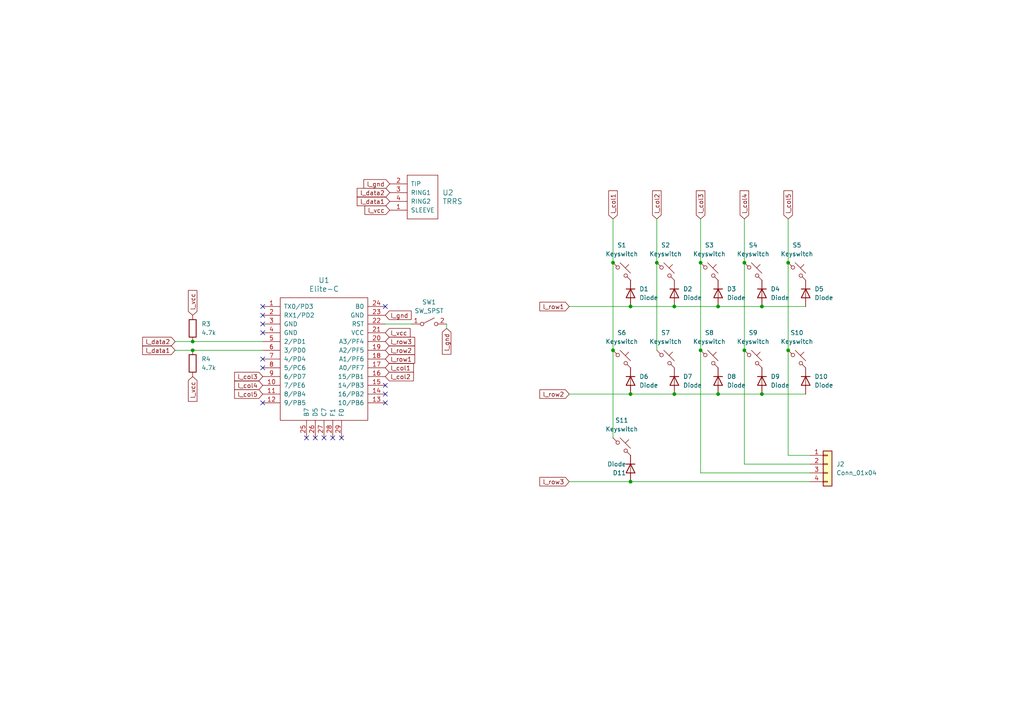
<source format=kicad_sch>
(kicad_sch (version 20230121) (generator eeschema)

  (uuid 19a8e5fe-8965-40b3-afd3-c826e716a7a8)

  (paper "A4")

  (lib_symbols
    (symbol "Connector_Generic:Conn_01x04" (pin_names (offset 1.016) hide) (in_bom yes) (on_board yes)
      (property "Reference" "J" (at 0 5.08 0)
        (effects (font (size 1.27 1.27)))
      )
      (property "Value" "Conn_01x04" (at 0 -7.62 0)
        (effects (font (size 1.27 1.27)))
      )
      (property "Footprint" "" (at 0 0 0)
        (effects (font (size 1.27 1.27)) hide)
      )
      (property "Datasheet" "~" (at 0 0 0)
        (effects (font (size 1.27 1.27)) hide)
      )
      (property "ki_keywords" "connector" (at 0 0 0)
        (effects (font (size 1.27 1.27)) hide)
      )
      (property "ki_description" "Generic connector, single row, 01x04, script generated (kicad-library-utils/schlib/autogen/connector/)" (at 0 0 0)
        (effects (font (size 1.27 1.27)) hide)
      )
      (property "ki_fp_filters" "Connector*:*_1x??_*" (at 0 0 0)
        (effects (font (size 1.27 1.27)) hide)
      )
      (symbol "Conn_01x04_1_1"
        (rectangle (start -1.27 -4.953) (end 0 -5.207)
          (stroke (width 0.1524) (type default))
          (fill (type none))
        )
        (rectangle (start -1.27 -2.413) (end 0 -2.667)
          (stroke (width 0.1524) (type default))
          (fill (type none))
        )
        (rectangle (start -1.27 0.127) (end 0 -0.127)
          (stroke (width 0.1524) (type default))
          (fill (type none))
        )
        (rectangle (start -1.27 2.667) (end 0 2.413)
          (stroke (width 0.1524) (type default))
          (fill (type none))
        )
        (rectangle (start -1.27 3.81) (end 1.27 -6.35)
          (stroke (width 0.254) (type default))
          (fill (type background))
        )
        (pin passive line (at -5.08 2.54 0) (length 3.81)
          (name "Pin_1" (effects (font (size 1.27 1.27))))
          (number "1" (effects (font (size 1.27 1.27))))
        )
        (pin passive line (at -5.08 0 0) (length 3.81)
          (name "Pin_2" (effects (font (size 1.27 1.27))))
          (number "2" (effects (font (size 1.27 1.27))))
        )
        (pin passive line (at -5.08 -2.54 0) (length 3.81)
          (name "Pin_3" (effects (font (size 1.27 1.27))))
          (number "3" (effects (font (size 1.27 1.27))))
        )
        (pin passive line (at -5.08 -5.08 0) (length 3.81)
          (name "Pin_4" (effects (font (size 1.27 1.27))))
          (number "4" (effects (font (size 1.27 1.27))))
        )
      )
    )
    (symbol "ScottoKeebs:Placeholder_Diode" (pin_numbers hide) (pin_names hide) (in_bom yes) (on_board yes)
      (property "Reference" "D" (at 0 2.54 0)
        (effects (font (size 1.27 1.27)))
      )
      (property "Value" "Diode" (at 0 -2.54 0)
        (effects (font (size 1.27 1.27)))
      )
      (property "Footprint" "" (at 0 0 0)
        (effects (font (size 1.27 1.27)) hide)
      )
      (property "Datasheet" "" (at 0 0 0)
        (effects (font (size 1.27 1.27)) hide)
      )
      (property "Sim.Device" "D" (at 0 0 0)
        (effects (font (size 1.27 1.27)) hide)
      )
      (property "Sim.Pins" "1=K 2=A" (at 0 0 0)
        (effects (font (size 1.27 1.27)) hide)
      )
      (property "ki_keywords" "diode" (at 0 0 0)
        (effects (font (size 1.27 1.27)) hide)
      )
      (property "ki_description" "1N4148 (DO-35) or 1N4148W (SOD-123)" (at 0 0 0)
        (effects (font (size 1.27 1.27)) hide)
      )
      (property "ki_fp_filters" "D*DO?35*" (at 0 0 0)
        (effects (font (size 1.27 1.27)) hide)
      )
      (symbol "Placeholder_Diode_0_1"
        (polyline
          (pts
            (xy -1.27 1.27)
            (xy -1.27 -1.27)
          )
          (stroke (width 0.254) (type default))
          (fill (type none))
        )
        (polyline
          (pts
            (xy 1.27 0)
            (xy -1.27 0)
          )
          (stroke (width 0) (type default))
          (fill (type none))
        )
        (polyline
          (pts
            (xy 1.27 1.27)
            (xy 1.27 -1.27)
            (xy -1.27 0)
            (xy 1.27 1.27)
          )
          (stroke (width 0.254) (type default))
          (fill (type none))
        )
      )
      (symbol "Placeholder_Diode_1_1"
        (pin passive line (at -3.81 0 0) (length 2.54)
          (name "K" (effects (font (size 1.27 1.27))))
          (number "1" (effects (font (size 1.27 1.27))))
        )
        (pin passive line (at 3.81 0 180) (length 2.54)
          (name "A" (effects (font (size 1.27 1.27))))
          (number "2" (effects (font (size 1.27 1.27))))
        )
      )
    )
    (symbol "ScottoKeebs:Placeholder_Keyswitch" (pin_numbers hide) (pin_names (offset 1.016) hide) (in_bom yes) (on_board yes)
      (property "Reference" "S" (at 3.048 1.016 0)
        (effects (font (size 1.27 1.27)) (justify left))
      )
      (property "Value" "Keyswitch" (at 0 -3.81 0)
        (effects (font (size 1.27 1.27)))
      )
      (property "Footprint" "" (at 0 0 0)
        (effects (font (size 1.27 1.27)) hide)
      )
      (property "Datasheet" "~" (at 0 0 0)
        (effects (font (size 1.27 1.27)) hide)
      )
      (property "ki_keywords" "switch normally-open pushbutton push-button" (at 0 0 0)
        (effects (font (size 1.27 1.27)) hide)
      )
      (property "ki_description" "Push button switch, normally open, two pins, 45° tilted" (at 0 0 0)
        (effects (font (size 1.27 1.27)) hide)
      )
      (symbol "Placeholder_Keyswitch_0_1"
        (circle (center -1.1684 1.1684) (radius 0.508)
          (stroke (width 0) (type default))
          (fill (type none))
        )
        (polyline
          (pts
            (xy -0.508 2.54)
            (xy 2.54 -0.508)
          )
          (stroke (width 0) (type default))
          (fill (type none))
        )
        (polyline
          (pts
            (xy 1.016 1.016)
            (xy 2.032 2.032)
          )
          (stroke (width 0) (type default))
          (fill (type none))
        )
        (polyline
          (pts
            (xy -2.54 2.54)
            (xy -1.524 1.524)
            (xy -1.524 1.524)
          )
          (stroke (width 0) (type default))
          (fill (type none))
        )
        (polyline
          (pts
            (xy 1.524 -1.524)
            (xy 2.54 -2.54)
            (xy 2.54 -2.54)
            (xy 2.54 -2.54)
          )
          (stroke (width 0) (type default))
          (fill (type none))
        )
        (circle (center 1.143 -1.1938) (radius 0.508)
          (stroke (width 0) (type default))
          (fill (type none))
        )
        (pin passive line (at -2.54 2.54 0) (length 0)
          (name "1" (effects (font (size 1.27 1.27))))
          (number "1" (effects (font (size 1.27 1.27))))
        )
        (pin passive line (at 2.54 -2.54 180) (length 0)
          (name "2" (effects (font (size 1.27 1.27))))
          (number "2" (effects (font (size 1.27 1.27))))
        )
      )
    )
    (symbol "ScottoKeebs:Placeholder_Resistor" (pin_numbers hide) (pin_names (offset 0)) (in_bom yes) (on_board yes)
      (property "Reference" "R" (at 0 2.032 0)
        (effects (font (size 1.27 1.27)))
      )
      (property "Value" "Resistor" (at 0 -2.54 0)
        (effects (font (size 1.27 1.27)))
      )
      (property "Footprint" "" (at 0 -1.778 0)
        (effects (font (size 1.27 1.27)) hide)
      )
      (property "Datasheet" "~" (at 0 0 90)
        (effects (font (size 1.27 1.27)) hide)
      )
      (property "ki_keywords" "R res resistor" (at 0 0 0)
        (effects (font (size 1.27 1.27)) hide)
      )
      (property "ki_description" "Resistor" (at 0 0 0)
        (effects (font (size 1.27 1.27)) hide)
      )
      (property "ki_fp_filters" "R_*" (at 0 0 0)
        (effects (font (size 1.27 1.27)) hide)
      )
      (symbol "Placeholder_Resistor_0_1"
        (rectangle (start 2.54 -1.016) (end -2.54 1.016)
          (stroke (width 0.254) (type default))
          (fill (type none))
        )
      )
      (symbol "Placeholder_Resistor_1_1"
        (pin passive line (at -3.81 0 0) (length 1.27)
          (name "~" (effects (font (size 1.27 1.27))))
          (number "1" (effects (font (size 1.27 1.27))))
        )
        (pin passive line (at 3.81 0 180) (length 1.27)
          (name "~" (effects (font (size 1.27 1.27))))
          (number "2" (effects (font (size 1.27 1.27))))
        )
      )
    )
    (symbol "ScottoKeebs:Placeholder_TRRS" (pin_names (offset 1.016)) (in_bom yes) (on_board yes)
      (property "Reference" "U" (at 0 15.24 0)
        (effects (font (size 1.524 1.524)))
      )
      (property "Value" "TRRS" (at 0 -2.54 0)
        (effects (font (size 1.524 1.524)))
      )
      (property "Footprint" "ScottoKeebs_Components:TRRS_PJ-320A" (at 3.81 0 0)
        (effects (font (size 1.524 1.524)) hide)
      )
      (property "Datasheet" "" (at 3.81 0 0)
        (effects (font (size 1.524 1.524)) hide)
      )
      (symbol "Placeholder_TRRS_0_1"
        (rectangle (start -3.81 0) (end -3.81 12.7)
          (stroke (width 0) (type solid))
          (fill (type none))
        )
        (rectangle (start -3.81 0) (end 5.08 0)
          (stroke (width 0) (type solid))
          (fill (type none))
        )
        (rectangle (start -3.81 12.7) (end 5.08 12.7)
          (stroke (width 0) (type solid))
          (fill (type none))
        )
        (rectangle (start 5.08 12.7) (end 5.08 0)
          (stroke (width 0) (type solid))
          (fill (type none))
        )
      )
      (symbol "Placeholder_TRRS_1_1"
        (pin input line (at -8.89 2.54 0) (length 5.08)
          (name "SLEEVE" (effects (font (size 1.27 1.27))))
          (number "1" (effects (font (size 1.27 1.27))))
        )
        (pin input line (at -8.89 10.16 0) (length 5.08)
          (name "TIP" (effects (font (size 1.27 1.27))))
          (number "2" (effects (font (size 1.27 1.27))))
        )
        (pin input line (at -8.89 7.62 0) (length 5.08)
          (name "RING1" (effects (font (size 1.27 1.27))))
          (number "3" (effects (font (size 1.27 1.27))))
        )
        (pin input line (at -8.89 5.08 0) (length 5.08)
          (name "RING2" (effects (font (size 1.27 1.27))))
          (number "4" (effects (font (size 1.27 1.27))))
        )
      )
    )
    (symbol "Switch:SW_SPST" (pin_names (offset 0) hide) (in_bom yes) (on_board yes)
      (property "Reference" "SW" (at 0 3.175 0)
        (effects (font (size 1.27 1.27)))
      )
      (property "Value" "SW_SPST" (at 0 -2.54 0)
        (effects (font (size 1.27 1.27)))
      )
      (property "Footprint" "" (at 0 0 0)
        (effects (font (size 1.27 1.27)) hide)
      )
      (property "Datasheet" "~" (at 0 0 0)
        (effects (font (size 1.27 1.27)) hide)
      )
      (property "ki_keywords" "switch lever" (at 0 0 0)
        (effects (font (size 1.27 1.27)) hide)
      )
      (property "ki_description" "Single Pole Single Throw (SPST) switch" (at 0 0 0)
        (effects (font (size 1.27 1.27)) hide)
      )
      (symbol "SW_SPST_0_0"
        (circle (center -2.032 0) (radius 0.508)
          (stroke (width 0) (type default))
          (fill (type none))
        )
        (polyline
          (pts
            (xy -1.524 0.254)
            (xy 1.524 1.778)
          )
          (stroke (width 0) (type default))
          (fill (type none))
        )
        (circle (center 2.032 0) (radius 0.508)
          (stroke (width 0) (type default))
          (fill (type none))
        )
      )
      (symbol "SW_SPST_1_1"
        (pin passive line (at -5.08 0 0) (length 2.54)
          (name "A" (effects (font (size 1.27 1.27))))
          (number "1" (effects (font (size 1.27 1.27))))
        )
        (pin passive line (at 5.08 0 180) (length 2.54)
          (name "B" (effects (font (size 1.27 1.27))))
          (number "2" (effects (font (size 1.27 1.27))))
        )
      )
    )
    (symbol "keebio:Elite-C" (pin_names (offset 1.016)) (in_bom yes) (on_board yes)
      (property "Reference" "U" (at 0 0 0)
        (effects (font (size 1.524 1.524)))
      )
      (property "Value" "Elite-C" (at 0 2.54 0)
        (effects (font (size 1.524 1.524)))
      )
      (property "Footprint" "" (at 26.67 -63.5 90)
        (effects (font (size 1.524 1.524)) hide)
      )
      (property "Datasheet" "" (at 26.67 -63.5 90)
        (effects (font (size 1.524 1.524)) hide)
      )
      (symbol "Elite-C_0_1"
        (rectangle (start 12.7 -19.05) (end -12.7 16.51)
          (stroke (width 0) (type solid))
          (fill (type none))
        )
      )
      (symbol "Elite-C_1_1"
        (pin input line (at -17.78 13.97 0) (length 5.08)
          (name "TX0/PD3" (effects (font (size 1.27 1.27))))
          (number "1" (effects (font (size 1.27 1.27))))
        )
        (pin input line (at -17.78 -8.89 0) (length 5.08)
          (name "7/PE6" (effects (font (size 1.27 1.27))))
          (number "10" (effects (font (size 1.27 1.27))))
        )
        (pin input line (at -17.78 -11.43 0) (length 5.08)
          (name "8/PB4" (effects (font (size 1.27 1.27))))
          (number "11" (effects (font (size 1.27 1.27))))
        )
        (pin input line (at -17.78 -13.97 0) (length 5.08)
          (name "9/PB5" (effects (font (size 1.27 1.27))))
          (number "12" (effects (font (size 1.27 1.27))))
        )
        (pin input line (at 17.78 -13.97 180) (length 5.08)
          (name "10/PB6" (effects (font (size 1.27 1.27))))
          (number "13" (effects (font (size 1.27 1.27))))
        )
        (pin input line (at 17.78 -11.43 180) (length 5.08)
          (name "16/PB2" (effects (font (size 1.27 1.27))))
          (number "14" (effects (font (size 1.27 1.27))))
        )
        (pin input line (at 17.78 -8.89 180) (length 5.08)
          (name "14/PB3" (effects (font (size 1.27 1.27))))
          (number "15" (effects (font (size 1.27 1.27))))
        )
        (pin input line (at 17.78 -6.35 180) (length 5.08)
          (name "15/PB1" (effects (font (size 1.27 1.27))))
          (number "16" (effects (font (size 1.27 1.27))))
        )
        (pin input line (at 17.78 -3.81 180) (length 5.08)
          (name "A0/PF7" (effects (font (size 1.27 1.27))))
          (number "17" (effects (font (size 1.27 1.27))))
        )
        (pin input line (at 17.78 -1.27 180) (length 5.08)
          (name "A1/PF6" (effects (font (size 1.27 1.27))))
          (number "18" (effects (font (size 1.27 1.27))))
        )
        (pin input line (at 17.78 1.27 180) (length 5.08)
          (name "A2/PF5" (effects (font (size 1.27 1.27))))
          (number "19" (effects (font (size 1.27 1.27))))
        )
        (pin input line (at -17.78 11.43 0) (length 5.08)
          (name "RX1/PD2" (effects (font (size 1.27 1.27))))
          (number "2" (effects (font (size 1.27 1.27))))
        )
        (pin input line (at 17.78 3.81 180) (length 5.08)
          (name "A3/PF4" (effects (font (size 1.27 1.27))))
          (number "20" (effects (font (size 1.27 1.27))))
        )
        (pin input line (at 17.78 6.35 180) (length 5.08)
          (name "VCC" (effects (font (size 1.27 1.27))))
          (number "21" (effects (font (size 1.27 1.27))))
        )
        (pin input line (at 17.78 8.89 180) (length 5.08)
          (name "RST" (effects (font (size 1.27 1.27))))
          (number "22" (effects (font (size 1.27 1.27))))
        )
        (pin input line (at 17.78 11.43 180) (length 5.08)
          (name "GND" (effects (font (size 1.27 1.27))))
          (number "23" (effects (font (size 1.27 1.27))))
        )
        (pin input line (at 17.78 13.97 180) (length 5.08)
          (name "B0" (effects (font (size 1.27 1.27))))
          (number "24" (effects (font (size 1.27 1.27))))
        )
        (pin input line (at -5.08 -24.13 90) (length 5.08)
          (name "B7" (effects (font (size 1.27 1.27))))
          (number "25" (effects (font (size 1.27 1.27))))
        )
        (pin input line (at -2.54 -24.13 90) (length 5.08)
          (name "D5" (effects (font (size 1.27 1.27))))
          (number "26" (effects (font (size 1.27 1.27))))
        )
        (pin input line (at 0 -24.13 90) (length 5.08)
          (name "C7" (effects (font (size 1.27 1.27))))
          (number "27" (effects (font (size 1.27 1.27))))
        )
        (pin input line (at 2.54 -24.13 90) (length 5.08)
          (name "F1" (effects (font (size 1.27 1.27))))
          (number "28" (effects (font (size 1.27 1.27))))
        )
        (pin input line (at 5.08 -24.13 90) (length 5.08)
          (name "F0" (effects (font (size 1.27 1.27))))
          (number "29" (effects (font (size 1.27 1.27))))
        )
        (pin input line (at -17.78 8.89 0) (length 5.08)
          (name "GND" (effects (font (size 1.27 1.27))))
          (number "3" (effects (font (size 1.27 1.27))))
        )
        (pin input line (at -17.78 6.35 0) (length 5.08)
          (name "GND" (effects (font (size 1.27 1.27))))
          (number "4" (effects (font (size 1.27 1.27))))
        )
        (pin input line (at -17.78 3.81 0) (length 5.08)
          (name "2/PD1" (effects (font (size 1.27 1.27))))
          (number "5" (effects (font (size 1.27 1.27))))
        )
        (pin input line (at -17.78 1.27 0) (length 5.08)
          (name "3/PD0" (effects (font (size 1.27 1.27))))
          (number "6" (effects (font (size 1.27 1.27))))
        )
        (pin input line (at -17.78 -1.27 0) (length 5.08)
          (name "4/PD4" (effects (font (size 1.27 1.27))))
          (number "7" (effects (font (size 1.27 1.27))))
        )
        (pin input line (at -17.78 -3.81 0) (length 5.08)
          (name "5/PC6" (effects (font (size 1.27 1.27))))
          (number "8" (effects (font (size 1.27 1.27))))
        )
        (pin input line (at -17.78 -6.35 0) (length 5.08)
          (name "6/PD7" (effects (font (size 1.27 1.27))))
          (number "9" (effects (font (size 1.27 1.27))))
        )
      )
    )
  )

  (junction (at 220.98 114.3) (diameter 0) (color 0 0 0 0)
    (uuid 02f706c1-e690-4bc7-85de-ff011090864f)
  )
  (junction (at 203.2 101.6) (diameter 0) (color 0 0 0 0)
    (uuid 12b0ac7b-2424-457f-a751-41ad3b325e04)
  )
  (junction (at 190.5 76.2) (diameter 0) (color 0 0 0 0)
    (uuid 151715fb-758e-4317-84b4-4e8c93e3e1dd)
  )
  (junction (at 182.88 88.9) (diameter 0) (color 0 0 0 0)
    (uuid 173b35f8-90a4-4b10-9e5f-82ba7d528a9a)
  )
  (junction (at 182.88 114.3) (diameter 0) (color 0 0 0 0)
    (uuid 39d785eb-c3b0-4445-a7cc-cc71e899b46a)
  )
  (junction (at 195.58 114.3) (diameter 0) (color 0 0 0 0)
    (uuid 443db5c7-e363-4d60-9f82-9af6158f581f)
  )
  (junction (at 195.58 88.9) (diameter 0) (color 0 0 0 0)
    (uuid 5ab7bae3-63ee-40d8-8fa4-aaeca4718173)
  )
  (junction (at 177.8 76.2) (diameter 0) (color 0 0 0 0)
    (uuid 5f051326-a260-41b7-98f1-a8a18dd0cffd)
  )
  (junction (at 182.88 139.7) (diameter 0) (color 0 0 0 0)
    (uuid 603d2c32-e860-43b5-a00d-4ad5630ceddf)
  )
  (junction (at 208.28 88.9) (diameter 0) (color 0 0 0 0)
    (uuid 67919b56-4e74-49a1-94e3-9078ec20ba45)
  )
  (junction (at 228.6 76.2) (diameter 0) (color 0 0 0 0)
    (uuid 7bf228b5-b4ce-4008-af8a-8a148e39467b)
  )
  (junction (at 228.6 101.6) (diameter 0) (color 0 0 0 0)
    (uuid 92e42096-583d-4912-b8fd-cf52fbb487b1)
  )
  (junction (at 177.8 101.6) (diameter 0) (color 0 0 0 0)
    (uuid 937f9914-6adc-44e8-881a-41ca84fbf62d)
  )
  (junction (at 215.9 76.2) (diameter 0) (color 0 0 0 0)
    (uuid ab391d23-fdff-4143-8939-91ca66373879)
  )
  (junction (at 208.28 114.3) (diameter 0) (color 0 0 0 0)
    (uuid b9e09819-e38e-47df-beaa-22a8a20734e6)
  )
  (junction (at 215.9 101.6) (diameter 0) (color 0 0 0 0)
    (uuid ccdd168c-dd44-4498-994f-4e6cf02d940f)
  )
  (junction (at 220.98 88.9) (diameter 0) (color 0 0 0 0)
    (uuid d1bffc7f-855c-4a5e-8cc8-de7df62767b3)
  )
  (junction (at 55.88 101.6) (diameter 0) (color 0 0 0 0)
    (uuid d858130b-ef08-4cae-a885-6d2fc27c8bec)
  )
  (junction (at 55.88 99.06) (diameter 0) (color 0 0 0 0)
    (uuid e7be9628-162a-4125-bfe8-1dc5abaf47b8)
  )
  (junction (at 203.2 76.2) (diameter 0) (color 0 0 0 0)
    (uuid e9166dc8-5d60-4c62-ac2a-470c2ab06096)
  )

  (no_connect (at 88.9 127) (uuid 0ee2701e-e9fb-492e-a9c4-d5eeb3a9baf8))
  (no_connect (at 111.76 88.9) (uuid 1aa036b7-4576-4c69-81b6-3b4bc589f68a))
  (no_connect (at 76.2 106.68) (uuid 1db29270-cd89-4f69-b49b-dae912dc00f9))
  (no_connect (at 76.2 116.84) (uuid 2c740c76-3894-4afe-bf6a-780f87dc8989))
  (no_connect (at 111.76 114.3) (uuid 32dc0d22-9ba4-488a-864f-aca1a05bef25))
  (no_connect (at 76.2 88.9) (uuid 388d2d06-0192-4c72-ad99-0eebdddd9de9))
  (no_connect (at 96.52 127) (uuid 4028dc61-800c-4ede-8aff-fde62ccacc66))
  (no_connect (at 111.76 111.76) (uuid 532a80bd-2c51-4752-b970-f4fecc295967))
  (no_connect (at 93.98 127) (uuid 7ccb9846-5c8a-4d1b-b70b-2a7c76466b24))
  (no_connect (at 76.2 96.52) (uuid 7fe63683-8ff3-400c-bae8-b402a4aba6ba))
  (no_connect (at 76.2 104.14) (uuid bae483df-18a4-40ff-9001-cce8334c5926))
  (no_connect (at 76.2 93.98) (uuid cdc30bb5-b4fe-4b81-9d95-49c56ef27c07))
  (no_connect (at 99.06 127) (uuid d0959021-e4f6-4d57-906a-c9bcffdf6549))
  (no_connect (at 111.76 116.84) (uuid e89ee39f-6193-4912-978c-4234e0d18e30))
  (no_connect (at 76.2 91.44) (uuid ebed3e61-f815-4369-93c5-410dcf30bbe6))
  (no_connect (at 91.44 127) (uuid f6a2b78a-16ca-4f2d-82d5-8bd2b050b4d4))

  (wire (pts (xy 50.8 99.06) (xy 55.88 99.06))
    (stroke (width 0) (type default))
    (uuid 05286051-2dce-4b80-919c-8c617273b3c1)
  )
  (wire (pts (xy 195.58 88.9) (xy 208.28 88.9))
    (stroke (width 0) (type default))
    (uuid 05947b7e-ab3c-4354-a215-ee754f6e5998)
  )
  (wire (pts (xy 177.8 101.6) (xy 177.8 127))
    (stroke (width 0) (type default))
    (uuid 07c1a4de-1b16-4e55-9452-cea1a6f3b196)
  )
  (wire (pts (xy 165.1 114.3) (xy 182.88 114.3))
    (stroke (width 0) (type default))
    (uuid 0e0a37b6-ded5-4963-ac38-e93a6b00d549)
  )
  (wire (pts (xy 55.88 99.06) (xy 76.2 99.06))
    (stroke (width 0) (type default))
    (uuid 10ebf285-7c6e-4f42-877a-db281de032ee)
  )
  (wire (pts (xy 55.88 101.6) (xy 76.2 101.6))
    (stroke (width 0) (type default))
    (uuid 1227846d-f6a9-4a9b-ae1b-2738d8240e52)
  )
  (wire (pts (xy 208.28 114.3) (xy 220.98 114.3))
    (stroke (width 0) (type default))
    (uuid 1739a499-92d1-4ed7-b398-5b0652125261)
  )
  (wire (pts (xy 165.1 88.9) (xy 182.88 88.9))
    (stroke (width 0) (type default))
    (uuid 2ec1398b-d15e-41c8-a4b0-aad376e9c913)
  )
  (wire (pts (xy 208.28 88.9) (xy 220.98 88.9))
    (stroke (width 0) (type default))
    (uuid 33ff95e8-7e83-4878-bf24-a01cbc9f3ab7)
  )
  (wire (pts (xy 50.8 101.6) (xy 55.88 101.6))
    (stroke (width 0) (type default))
    (uuid 373eff50-fd3c-4c99-83c0-62733d582d99)
  )
  (wire (pts (xy 215.9 76.2) (xy 215.9 101.6))
    (stroke (width 0) (type default))
    (uuid 3a862144-462e-4983-ba3c-c61aae7fd0fd)
  )
  (wire (pts (xy 228.6 76.2) (xy 228.6 101.6))
    (stroke (width 0) (type default))
    (uuid 4524121c-ec9a-418a-8dd2-777e475f385c)
  )
  (wire (pts (xy 195.58 114.3) (xy 208.28 114.3))
    (stroke (width 0) (type default))
    (uuid 553d83c4-4e7c-4620-8656-b870825a7e2f)
  )
  (wire (pts (xy 228.6 132.08) (xy 234.95 132.08))
    (stroke (width 0) (type default))
    (uuid 661bd965-a9d8-40d7-837b-4f74ede06657)
  )
  (wire (pts (xy 220.98 114.3) (xy 233.68 114.3))
    (stroke (width 0) (type default))
    (uuid 6dc01d3d-5b9a-47eb-90a3-26f524e6bbd7)
  )
  (wire (pts (xy 182.88 139.7) (xy 234.95 139.7))
    (stroke (width 0) (type default))
    (uuid 7d3c43be-d609-43d0-a23e-7f0b731fe509)
  )
  (wire (pts (xy 234.95 137.16) (xy 203.2 137.16))
    (stroke (width 0) (type default))
    (uuid a166dec2-4386-41e1-b559-7bbb0597ad3d)
  )
  (wire (pts (xy 215.9 134.62) (xy 234.95 134.62))
    (stroke (width 0) (type default))
    (uuid a2045253-c5d8-4d0b-a2d3-84b0326efbbc)
  )
  (wire (pts (xy 228.6 101.6) (xy 228.6 132.08))
    (stroke (width 0) (type default))
    (uuid a75223db-8622-4867-a476-7e8cdb8fcf0b)
  )
  (wire (pts (xy 182.88 88.9) (xy 195.58 88.9))
    (stroke (width 0) (type default))
    (uuid ab16d5c9-39bf-4f2d-b123-6eb3b1b88b2d)
  )
  (wire (pts (xy 228.6 63.5) (xy 228.6 76.2))
    (stroke (width 0) (type default))
    (uuid ac3c1a50-5219-4eb6-89d5-dabe99791fdc)
  )
  (wire (pts (xy 190.5 63.5) (xy 190.5 76.2))
    (stroke (width 0) (type default))
    (uuid afdca3bb-d175-41ff-909e-1ae77016ea83)
  )
  (wire (pts (xy 177.8 63.5) (xy 177.8 76.2))
    (stroke (width 0) (type default))
    (uuid b1801e36-2f4a-4eb4-88db-aa20dd96c0de)
  )
  (wire (pts (xy 203.2 63.5) (xy 203.2 76.2))
    (stroke (width 0) (type default))
    (uuid b27800f0-f4a3-461e-8c91-0b0c9d012136)
  )
  (wire (pts (xy 203.2 137.16) (xy 203.2 101.6))
    (stroke (width 0) (type default))
    (uuid ba544a67-1447-4399-a086-395b0dc17978)
  )
  (wire (pts (xy 177.8 76.2) (xy 177.8 101.6))
    (stroke (width 0) (type default))
    (uuid bc96f600-0816-4142-8a04-0b4cfc000221)
  )
  (wire (pts (xy 119.38 93.98) (xy 111.76 93.98))
    (stroke (width 0) (type default))
    (uuid bed987fe-1bed-43fd-a25a-187b04570747)
  )
  (wire (pts (xy 203.2 76.2) (xy 203.2 101.6))
    (stroke (width 0) (type default))
    (uuid c0f60470-f360-4ecf-8191-2ff06cbf4dfd)
  )
  (wire (pts (xy 215.9 63.5) (xy 215.9 76.2))
    (stroke (width 0) (type default))
    (uuid c71dcc10-d62f-4f2f-b263-ab1c895b0415)
  )
  (wire (pts (xy 129.54 93.98) (xy 129.54 95.25))
    (stroke (width 0) (type default))
    (uuid c9fbe1f9-49d5-4ee5-8274-34b3f3fd50df)
  )
  (wire (pts (xy 165.1 139.7) (xy 182.88 139.7))
    (stroke (width 0) (type default))
    (uuid d979d05a-21dc-4a68-bf45-f97c9e13de74)
  )
  (wire (pts (xy 190.5 76.2) (xy 190.5 101.6))
    (stroke (width 0) (type default))
    (uuid e44c415d-6414-4e22-ad64-536af9725c2e)
  )
  (wire (pts (xy 215.9 101.6) (xy 215.9 134.62))
    (stroke (width 0) (type default))
    (uuid f377568a-1acf-472a-8647-bebb27b4a732)
  )
  (wire (pts (xy 220.98 88.9) (xy 233.68 88.9))
    (stroke (width 0) (type default))
    (uuid f8cfac7d-4ca8-45cf-a584-fdf2c4bebaf5)
  )
  (wire (pts (xy 182.88 114.3) (xy 195.58 114.3))
    (stroke (width 0) (type default))
    (uuid facd6a3a-9771-404d-965f-7ef0aa4857f5)
  )

  (global_label "l_row2" (shape input) (at 111.76 101.6 0) (fields_autoplaced)
    (effects (font (size 1.27 1.27)) (justify left))
    (uuid 0f4a4548-ba20-49be-ac48-634611f5f73e)
    (property "Intersheetrefs" "${INTERSHEET_REFS}" (at 120.8532 101.6 0)
      (effects (font (size 1.27 1.27)) (justify left) hide)
    )
  )
  (global_label "l_row1" (shape input) (at 111.76 104.14 0) (fields_autoplaced)
    (effects (font (size 1.27 1.27)) (justify left))
    (uuid 167a01cd-80c9-48c8-a846-70a5f4609731)
    (property "Intersheetrefs" "${INTERSHEET_REFS}" (at 120.8532 104.14 0)
      (effects (font (size 1.27 1.27)) (justify left) hide)
    )
  )
  (global_label "l_col1" (shape input) (at 111.76 106.68 0) (fields_autoplaced)
    (effects (font (size 1.27 1.27)) (justify left))
    (uuid 1da1bdd7-f98f-4ffd-9b84-8d184c907eb9)
    (property "Intersheetrefs" "${INTERSHEET_REFS}" (at 120.4903 106.68 0)
      (effects (font (size 1.27 1.27)) (justify left) hide)
    )
  )
  (global_label "l_vcc" (shape input) (at 111.76 96.52 0) (fields_autoplaced)
    (effects (font (size 1.27 1.27)) (justify left))
    (uuid 26a3521d-6c8b-4be9-804d-d2828f0fd198)
    (property "Intersheetrefs" "${INTERSHEET_REFS}" (at 119.5228 96.52 0)
      (effects (font (size 1.27 1.27)) (justify left) hide)
    )
  )
  (global_label "l_col4" (shape input) (at 215.9 63.5 90) (fields_autoplaced)
    (effects (font (size 1.27 1.27)) (justify left))
    (uuid 26d87d8a-a08f-474a-a555-fd27a13f9180)
    (property "Intersheetrefs" "${INTERSHEET_REFS}" (at 215.9 54.7697 90)
      (effects (font (size 1.27 1.27)) (justify left) hide)
    )
  )
  (global_label "l_data1" (shape input) (at 50.8 101.6 180) (fields_autoplaced)
    (effects (font (size 1.27 1.27)) (justify right))
    (uuid 26d9accb-a3b7-4a59-a354-fd2d7e7c6c97)
    (property "Intersheetrefs" "${INTERSHEET_REFS}" (at 40.7998 101.6 0)
      (effects (font (size 1.27 1.27)) (justify right) hide)
    )
  )
  (global_label "l_row3" (shape input) (at 111.76 99.06 0) (fields_autoplaced)
    (effects (font (size 1.27 1.27)) (justify left))
    (uuid 274e675e-6034-4980-8aab-fc9d3119c1a4)
    (property "Intersheetrefs" "${INTERSHEET_REFS}" (at 120.8532 99.06 0)
      (effects (font (size 1.27 1.27)) (justify left) hide)
    )
  )
  (global_label "l_col4" (shape input) (at 76.2 111.76 180) (fields_autoplaced)
    (effects (font (size 1.27 1.27)) (justify right))
    (uuid 2bcd248d-e62a-44db-a1e5-7e1ae9d6dda9)
    (property "Intersheetrefs" "${INTERSHEET_REFS}" (at 67.4697 111.76 0)
      (effects (font (size 1.27 1.27)) (justify right) hide)
    )
  )
  (global_label "l_vcc" (shape input) (at 55.88 91.44 90) (fields_autoplaced)
    (effects (font (size 1.27 1.27)) (justify left))
    (uuid 2e575b10-35b5-4019-b3bf-1d2ecb01cc9e)
    (property "Intersheetrefs" "${INTERSHEET_REFS}" (at 55.88 83.6772 90)
      (effects (font (size 1.27 1.27)) (justify left) hide)
    )
  )
  (global_label "l_vcc" (shape input) (at 113.03 60.96 180) (fields_autoplaced)
    (effects (font (size 1.27 1.27)) (justify right))
    (uuid 30f17306-86ce-4b6f-b84e-4964a7cca5d4)
    (property "Intersheetrefs" "${INTERSHEET_REFS}" (at 105.2672 60.96 0)
      (effects (font (size 1.27 1.27)) (justify right) hide)
    )
  )
  (global_label "l_col3" (shape input) (at 76.2 109.22 180) (fields_autoplaced)
    (effects (font (size 1.27 1.27)) (justify right))
    (uuid 43c56861-27b5-434f-97b6-a41329df0ff3)
    (property "Intersheetrefs" "${INTERSHEET_REFS}" (at 67.4697 109.22 0)
      (effects (font (size 1.27 1.27)) (justify right) hide)
    )
  )
  (global_label "l_data1" (shape input) (at 113.03 58.42 180) (fields_autoplaced)
    (effects (font (size 1.27 1.27)) (justify right))
    (uuid 44a34277-f862-4635-ae55-6ae31577fc85)
    (property "Intersheetrefs" "${INTERSHEET_REFS}" (at 103.0298 58.42 0)
      (effects (font (size 1.27 1.27)) (justify right) hide)
    )
  )
  (global_label "l_col2" (shape input) (at 111.76 109.22 0) (fields_autoplaced)
    (effects (font (size 1.27 1.27)) (justify left))
    (uuid 45c29a12-b4f3-472c-b462-2220ee053a71)
    (property "Intersheetrefs" "${INTERSHEET_REFS}" (at 120.4903 109.22 0)
      (effects (font (size 1.27 1.27)) (justify left) hide)
    )
  )
  (global_label "l_vcc" (shape input) (at 55.88 109.22 270) (fields_autoplaced)
    (effects (font (size 1.27 1.27)) (justify right))
    (uuid 47e27992-4b90-43d0-91b9-d1b92b696cbd)
    (property "Intersheetrefs" "${INTERSHEET_REFS}" (at 55.88 116.9828 90)
      (effects (font (size 1.27 1.27)) (justify right) hide)
    )
  )
  (global_label "l_row3" (shape input) (at 165.1 139.7 180) (fields_autoplaced)
    (effects (font (size 1.27 1.27)) (justify right))
    (uuid 581b2183-e0c9-47e4-ace0-623d83b6b15e)
    (property "Intersheetrefs" "${INTERSHEET_REFS}" (at 156.0068 139.7 0)
      (effects (font (size 1.27 1.27)) (justify right) hide)
    )
  )
  (global_label "l_col5" (shape input) (at 76.2 114.3 180) (fields_autoplaced)
    (effects (font (size 1.27 1.27)) (justify right))
    (uuid 5a6f78ad-dc9c-41cf-b8f9-806587df2300)
    (property "Intersheetrefs" "${INTERSHEET_REFS}" (at 67.4697 114.3 0)
      (effects (font (size 1.27 1.27)) (justify right) hide)
    )
  )
  (global_label "l_gnd" (shape input) (at 113.03 53.34 180) (fields_autoplaced)
    (effects (font (size 1.27 1.27)) (justify right))
    (uuid 6239c634-726a-4a28-ae09-2928da27bf71)
    (property "Intersheetrefs" "${INTERSHEET_REFS}" (at 104.965 53.34 0)
      (effects (font (size 1.27 1.27)) (justify right) hide)
    )
  )
  (global_label "l_col2" (shape input) (at 190.5 63.5 90) (fields_autoplaced)
    (effects (font (size 1.27 1.27)) (justify left))
    (uuid 6714e93d-4c2e-4f47-a615-016b229d4f89)
    (property "Intersheetrefs" "${INTERSHEET_REFS}" (at 190.5 54.7697 90)
      (effects (font (size 1.27 1.27)) (justify left) hide)
    )
  )
  (global_label "l_data2" (shape input) (at 50.8 99.06 180) (fields_autoplaced)
    (effects (font (size 1.27 1.27)) (justify right))
    (uuid 6afd635d-3e55-4f7a-b9ba-fbf40b8b7d62)
    (property "Intersheetrefs" "${INTERSHEET_REFS}" (at 40.7998 99.06 0)
      (effects (font (size 1.27 1.27)) (justify right) hide)
    )
  )
  (global_label "l_data2" (shape input) (at 113.03 55.88 180) (fields_autoplaced)
    (effects (font (size 1.27 1.27)) (justify right))
    (uuid 7ceec156-ec54-49ab-b20a-1f1254ee4fcf)
    (property "Intersheetrefs" "${INTERSHEET_REFS}" (at 103.0298 55.88 0)
      (effects (font (size 1.27 1.27)) (justify right) hide)
    )
  )
  (global_label "l_col5" (shape input) (at 228.6 63.5 90) (fields_autoplaced)
    (effects (font (size 1.27 1.27)) (justify left))
    (uuid 8ec9ba74-076d-4d31-8d5a-fbc830c39b68)
    (property "Intersheetrefs" "${INTERSHEET_REFS}" (at 228.6 54.7697 90)
      (effects (font (size 1.27 1.27)) (justify left) hide)
    )
  )
  (global_label "l_row2" (shape input) (at 165.1 114.3 180) (fields_autoplaced)
    (effects (font (size 1.27 1.27)) (justify right))
    (uuid 9f4f9ef0-0d7b-4203-9f5e-67bb763f4947)
    (property "Intersheetrefs" "${INTERSHEET_REFS}" (at 156.0068 114.3 0)
      (effects (font (size 1.27 1.27)) (justify right) hide)
    )
  )
  (global_label "l_gnd" (shape input) (at 129.54 95.25 270) (fields_autoplaced)
    (effects (font (size 1.27 1.27)) (justify right))
    (uuid a6b3bdb0-f7be-4f54-8771-453af75ba125)
    (property "Intersheetrefs" "${INTERSHEET_REFS}" (at 129.54 103.315 90)
      (effects (font (size 1.27 1.27)) (justify right) hide)
    )
  )
  (global_label "l_row1" (shape input) (at 165.1 88.9 180) (fields_autoplaced)
    (effects (font (size 1.27 1.27)) (justify right))
    (uuid b9b4db58-87bd-4996-8a31-6f74f9c72902)
    (property "Intersheetrefs" "${INTERSHEET_REFS}" (at 156.0068 88.9 0)
      (effects (font (size 1.27 1.27)) (justify right) hide)
    )
  )
  (global_label "l_col3" (shape input) (at 203.2 63.5 90) (fields_autoplaced)
    (effects (font (size 1.27 1.27)) (justify left))
    (uuid cc3b6e97-cbac-48c2-bcfb-edf94ec7feb8)
    (property "Intersheetrefs" "${INTERSHEET_REFS}" (at 203.2 54.7697 90)
      (effects (font (size 1.27 1.27)) (justify left) hide)
    )
  )
  (global_label "l_gnd" (shape input) (at 111.76 91.44 0) (fields_autoplaced)
    (effects (font (size 1.27 1.27)) (justify left))
    (uuid ea60c360-8fd9-437c-9135-e727fd9d4918)
    (property "Intersheetrefs" "${INTERSHEET_REFS}" (at 119.825 91.44 0)
      (effects (font (size 1.27 1.27)) (justify left) hide)
    )
  )
  (global_label "l_col1" (shape input) (at 177.8 63.5 90) (fields_autoplaced)
    (effects (font (size 1.27 1.27)) (justify left))
    (uuid ff2ff7b8-6448-4a1c-b763-5f9a53d1c5ef)
    (property "Intersheetrefs" "${INTERSHEET_REFS}" (at 177.8 54.7697 90)
      (effects (font (size 1.27 1.27)) (justify left) hide)
    )
  )

  (symbol (lib_id "Connector_Generic:Conn_01x04") (at 240.03 134.62 0) (unit 1)
    (in_bom yes) (on_board yes) (dnp no) (fields_autoplaced)
    (uuid 0566a5df-15be-411a-9b30-b7730a2e9e50)
    (property "Reference" "J2" (at 242.57 134.62 0)
      (effects (font (size 1.27 1.27)) (justify left))
    )
    (property "Value" "Conn_01x04" (at 242.57 137.16 0)
      (effects (font (size 1.27 1.27)) (justify left))
    )
    (property "Footprint" "Connector_Wire:SolderWire-0.5sqmm_1x04_P4.6mm_D0.9mm_OD2.1mm" (at 240.03 134.62 0)
      (effects (font (size 1.27 1.27)) hide)
    )
    (property "Datasheet" "~" (at 240.03 134.62 0)
      (effects (font (size 1.27 1.27)) hide)
    )
    (pin "4" (uuid 1606fb2b-33e6-4936-af35-87582232aa3a))
    (pin "1" (uuid d00cd45e-4de1-4aab-9ce2-32c745ed237b))
    (pin "3" (uuid d061dc24-ba9e-41d5-b723-d0a3d103afc0))
    (pin "2" (uuid 2ab9e4a4-7191-4d10-976a-4fd759c14291))
    (instances
      (project "oddball_steno"
        (path "/9622ce34-2b1b-42e7-b6f6-7aeadf0db0b2/402f0d98-d285-4145-9267-c69a411e62bd"
          (reference "J2") (unit 1)
        )
      )
    )
  )

  (symbol (lib_id "ScottoKeebs:Placeholder_TRRS") (at 121.92 63.5 0) (unit 1)
    (in_bom yes) (on_board yes) (dnp no) (fields_autoplaced)
    (uuid 0c8e4322-0e6f-44c9-882b-06104d7decf4)
    (property "Reference" "U2" (at 128.27 55.88 0)
      (effects (font (size 1.524 1.524)) (justify left))
    )
    (property "Value" "TRRS" (at 128.27 58.42 0)
      (effects (font (size 1.524 1.524)) (justify left))
    )
    (property "Footprint" "ScottoKeebs_Components:TRRS_PJ-320A" (at 125.73 63.5 0)
      (effects (font (size 1.524 1.524)) hide)
    )
    (property "Datasheet" "" (at 125.73 63.5 0)
      (effects (font (size 1.524 1.524)) hide)
    )
    (pin "2" (uuid 881cee07-0461-4dfd-ab57-2b148b8d7e1a))
    (pin "1" (uuid 2f1f2b0b-6e82-46ee-bff0-b5eb54faff4b))
    (pin "3" (uuid 1f80e768-1460-4732-9a64-8d60ecc91737))
    (pin "4" (uuid 25a5500c-c497-4526-a2f9-d7157b26b482))
    (instances
      (project "oddball_steno"
        (path "/9622ce34-2b1b-42e7-b6f6-7aeadf0db0b2/402f0d98-d285-4145-9267-c69a411e62bd"
          (reference "U2") (unit 1)
        )
      )
    )
  )

  (symbol (lib_id "ScottoKeebs:Placeholder_Keyswitch") (at 231.14 78.74 0) (unit 1)
    (in_bom yes) (on_board yes) (dnp no) (fields_autoplaced)
    (uuid 1ceb7b11-bd39-4add-8aea-5067d2e5c2af)
    (property "Reference" "S5" (at 231.14 71.12 0)
      (effects (font (size 1.27 1.27)))
    )
    (property "Value" "Keyswitch" (at 231.14 73.66 0)
      (effects (font (size 1.27 1.27)))
    )
    (property "Footprint" "ScottoKeebs_MX:MX_PCB_1.00u" (at 231.14 78.74 0)
      (effects (font (size 1.27 1.27)) hide)
    )
    (property "Datasheet" "~" (at 231.14 78.74 0)
      (effects (font (size 1.27 1.27)) hide)
    )
    (pin "2" (uuid 98cbe3cc-f813-4e9c-b758-57dee401af57))
    (pin "1" (uuid ec4e61da-1394-4b86-8103-240ea372af34))
    (instances
      (project "oddball_steno"
        (path "/9622ce34-2b1b-42e7-b6f6-7aeadf0db0b2/402f0d98-d285-4145-9267-c69a411e62bd"
          (reference "S5") (unit 1)
        )
      )
    )
  )

  (symbol (lib_id "ScottoKeebs:Placeholder_Keyswitch") (at 180.34 78.74 0) (unit 1)
    (in_bom yes) (on_board yes) (dnp no) (fields_autoplaced)
    (uuid 28e9e535-f89c-4258-a298-10da5876494b)
    (property "Reference" "S1" (at 180.34 71.12 0)
      (effects (font (size 1.27 1.27)))
    )
    (property "Value" "Keyswitch" (at 180.34 73.66 0)
      (effects (font (size 1.27 1.27)))
    )
    (property "Footprint" "ScottoKeebs_MX:MX_PCB_4.00u" (at 180.34 78.74 0)
      (effects (font (size 1.27 1.27)) hide)
    )
    (property "Datasheet" "~" (at 180.34 78.74 0)
      (effects (font (size 1.27 1.27)) hide)
    )
    (pin "2" (uuid 20710061-0490-440d-b78c-58bb208da9ad))
    (pin "1" (uuid 00dee72c-6f66-40a0-85e9-5adedda12cf7))
    (instances
      (project "oddball_steno"
        (path "/9622ce34-2b1b-42e7-b6f6-7aeadf0db0b2/402f0d98-d285-4145-9267-c69a411e62bd"
          (reference "S1") (unit 1)
        )
      )
    )
  )

  (symbol (lib_id "ScottoKeebs:Placeholder_Resistor") (at 55.88 105.41 90) (unit 1)
    (in_bom yes) (on_board yes) (dnp no)
    (uuid 39d63f69-423a-45df-bb7e-d6fc44d878ff)
    (property "Reference" "R4" (at 58.42 104.14 90)
      (effects (font (size 1.27 1.27)) (justify right))
    )
    (property "Value" "4.7k" (at 58.42 106.68 90)
      (effects (font (size 1.27 1.27)) (justify right))
    )
    (property "Footprint" "Keebio-Parts:Resistor" (at 57.658 105.41 0)
      (effects (font (size 1.27 1.27)) hide)
    )
    (property "Datasheet" "~" (at 55.88 105.41 90)
      (effects (font (size 1.27 1.27)) hide)
    )
    (pin "2" (uuid 323bdbb7-9c33-4e38-a79f-e16b980fe944))
    (pin "1" (uuid 83762a48-1632-4245-bfe8-bf7c97a9c26b))
    (instances
      (project "oddball_steno"
        (path "/9622ce34-2b1b-42e7-b6f6-7aeadf0db0b2/402f0d98-d285-4145-9267-c69a411e62bd"
          (reference "R4") (unit 1)
        )
      )
    )
  )

  (symbol (lib_id "ScottoKeebs:Placeholder_Resistor") (at 55.88 95.25 90) (unit 1)
    (in_bom yes) (on_board yes) (dnp no) (fields_autoplaced)
    (uuid 4172dc9a-7e6d-4a90-b9da-7accaff1fad8)
    (property "Reference" "R3" (at 58.42 93.98 90)
      (effects (font (size 1.27 1.27)) (justify right))
    )
    (property "Value" "4.7k" (at 58.42 96.52 90)
      (effects (font (size 1.27 1.27)) (justify right))
    )
    (property "Footprint" "Keebio-Parts:Resistor" (at 57.658 95.25 0)
      (effects (font (size 1.27 1.27)) hide)
    )
    (property "Datasheet" "~" (at 55.88 95.25 90)
      (effects (font (size 1.27 1.27)) hide)
    )
    (pin "2" (uuid 84707926-f453-4e2d-99c5-bb4068197058))
    (pin "1" (uuid e79b624e-318c-48a2-9c06-fbbf544ec570))
    (instances
      (project "oddball_steno"
        (path "/9622ce34-2b1b-42e7-b6f6-7aeadf0db0b2/402f0d98-d285-4145-9267-c69a411e62bd"
          (reference "R3") (unit 1)
        )
      )
    )
  )

  (symbol (lib_id "ScottoKeebs:Placeholder_Keyswitch") (at 193.04 78.74 0) (unit 1)
    (in_bom yes) (on_board yes) (dnp no) (fields_autoplaced)
    (uuid 5bd731e6-5568-4728-8830-8d49eb8c7666)
    (property "Reference" "S2" (at 193.04 71.12 0)
      (effects (font (size 1.27 1.27)))
    )
    (property "Value" "Keyswitch" (at 193.04 73.66 0)
      (effects (font (size 1.27 1.27)))
    )
    (property "Footprint" "ScottoKeebs_MX:MX_PCB_1.00u" (at 193.04 78.74 0)
      (effects (font (size 1.27 1.27)) hide)
    )
    (property "Datasheet" "~" (at 193.04 78.74 0)
      (effects (font (size 1.27 1.27)) hide)
    )
    (pin "2" (uuid 1deb9bf2-efcd-4e0c-8aa5-55dd92af8587))
    (pin "1" (uuid 63daaaa5-3f28-40cf-896b-2c4fe14b2515))
    (instances
      (project "oddball_steno"
        (path "/9622ce34-2b1b-42e7-b6f6-7aeadf0db0b2/402f0d98-d285-4145-9267-c69a411e62bd"
          (reference "S2") (unit 1)
        )
      )
    )
  )

  (symbol (lib_id "ScottoKeebs:Placeholder_Keyswitch") (at 193.04 104.14 0) (unit 1)
    (in_bom yes) (on_board yes) (dnp no) (fields_autoplaced)
    (uuid 5c1f7fd8-3596-4684-aa54-41c4025ae50e)
    (property "Reference" "S7" (at 193.04 96.52 0)
      (effects (font (size 1.27 1.27)))
    )
    (property "Value" "Keyswitch" (at 193.04 99.06 0)
      (effects (font (size 1.27 1.27)))
    )
    (property "Footprint" "ScottoKeebs_MX:MX_PCB_1.00u" (at 193.04 104.14 0)
      (effects (font (size 1.27 1.27)) hide)
    )
    (property "Datasheet" "~" (at 193.04 104.14 0)
      (effects (font (size 1.27 1.27)) hide)
    )
    (pin "2" (uuid d3baa904-fc3b-4921-9b64-5898eee50afc))
    (pin "1" (uuid f5528735-d3ea-484b-ade6-f55aa03b84ad))
    (instances
      (project "oddball_steno"
        (path "/9622ce34-2b1b-42e7-b6f6-7aeadf0db0b2/402f0d98-d285-4145-9267-c69a411e62bd"
          (reference "S7") (unit 1)
        )
      )
    )
  )

  (symbol (lib_id "ScottoKeebs:Placeholder_Keyswitch") (at 180.34 129.54 0) (unit 1)
    (in_bom yes) (on_board yes) (dnp no) (fields_autoplaced)
    (uuid 5ed6ed0c-36f9-4e72-96b9-dc60b2b67e01)
    (property "Reference" "S11" (at 180.34 121.92 0)
      (effects (font (size 1.27 1.27)))
    )
    (property "Value" "Keyswitch" (at 180.34 124.46 0)
      (effects (font (size 1.27 1.27)))
    )
    (property "Footprint" "ScottoKeebs_MX:MX_PCB_2.00u_90deg" (at 180.34 129.54 0)
      (effects (font (size 1.27 1.27)) hide)
    )
    (property "Datasheet" "~" (at 180.34 129.54 0)
      (effects (font (size 1.27 1.27)) hide)
    )
    (pin "2" (uuid 6edcff6a-cf16-43a0-829b-a48769483df0))
    (pin "1" (uuid d1dda6ea-fc3e-4052-9fd5-88ac19941578))
    (instances
      (project "oddball_steno"
        (path "/9622ce34-2b1b-42e7-b6f6-7aeadf0db0b2/402f0d98-d285-4145-9267-c69a411e62bd"
          (reference "S11") (unit 1)
        )
      )
    )
  )

  (symbol (lib_id "Switch:SW_SPST") (at 124.46 93.98 0) (unit 1)
    (in_bom yes) (on_board yes) (dnp no) (fields_autoplaced)
    (uuid 6851b249-16c8-4b80-be27-6e4c1c0dd6eb)
    (property "Reference" "SW1" (at 124.46 87.63 0)
      (effects (font (size 1.27 1.27)))
    )
    (property "Value" "SW_SPST" (at 124.46 90.17 0)
      (effects (font (size 1.27 1.27)))
    )
    (property "Footprint" "Button_Switch_SMD:SW_Push_1P1T_NO_CK_KSC6xxJ" (at 124.46 93.98 0)
      (effects (font (size 1.27 1.27)) hide)
    )
    (property "Datasheet" "~" (at 124.46 93.98 0)
      (effects (font (size 1.27 1.27)) hide)
    )
    (pin "1" (uuid c26a8143-2773-4c82-953a-86be83fa3440))
    (pin "2" (uuid 70d90a85-8a4c-4a43-a0d4-b8a913af18a0))
    (instances
      (project "oddball_steno"
        (path "/9622ce34-2b1b-42e7-b6f6-7aeadf0db0b2/402f0d98-d285-4145-9267-c69a411e62bd"
          (reference "SW1") (unit 1)
        )
      )
    )
  )

  (symbol (lib_id "ScottoKeebs:Placeholder_Diode") (at 182.88 110.49 270) (unit 1)
    (in_bom yes) (on_board yes) (dnp no) (fields_autoplaced)
    (uuid 735d68d3-1ce6-43e5-8d4e-c9558146c6de)
    (property "Reference" "D6" (at 185.42 109.22 90)
      (effects (font (size 1.27 1.27)) (justify left))
    )
    (property "Value" "Diode" (at 185.42 111.76 90)
      (effects (font (size 1.27 1.27)) (justify left))
    )
    (property "Footprint" "ScottoKeebs_Components:Diode_DO-35" (at 182.88 110.49 0)
      (effects (font (size 1.27 1.27)) hide)
    )
    (property "Datasheet" "" (at 182.88 110.49 0)
      (effects (font (size 1.27 1.27)) hide)
    )
    (property "Sim.Device" "D" (at 182.88 110.49 0)
      (effects (font (size 1.27 1.27)) hide)
    )
    (property "Sim.Pins" "1=K 2=A" (at 182.88 110.49 0)
      (effects (font (size 1.27 1.27)) hide)
    )
    (pin "2" (uuid 59e1627e-26aa-475c-aca0-77d7d178a57a))
    (pin "1" (uuid 3def05b1-fee2-4878-9bc3-cd8afa14979d))
    (instances
      (project "oddball_steno"
        (path "/9622ce34-2b1b-42e7-b6f6-7aeadf0db0b2/402f0d98-d285-4145-9267-c69a411e62bd"
          (reference "D6") (unit 1)
        )
      )
    )
  )

  (symbol (lib_id "ScottoKeebs:Placeholder_Keyswitch") (at 218.44 78.74 0) (unit 1)
    (in_bom yes) (on_board yes) (dnp no) (fields_autoplaced)
    (uuid 76419862-91a3-4606-8c3e-7c89b1a17c26)
    (property "Reference" "S4" (at 218.44 71.12 0)
      (effects (font (size 1.27 1.27)))
    )
    (property "Value" "Keyswitch" (at 218.44 73.66 0)
      (effects (font (size 1.27 1.27)))
    )
    (property "Footprint" "ScottoKeebs_MX:MX_PCB_1.00u" (at 218.44 78.74 0)
      (effects (font (size 1.27 1.27)) hide)
    )
    (property "Datasheet" "~" (at 218.44 78.74 0)
      (effects (font (size 1.27 1.27)) hide)
    )
    (pin "2" (uuid 85319ba4-c0c5-4013-aa6b-c169ad6c1de3))
    (pin "1" (uuid e2b27acd-4fc0-436f-b8f9-c61da6011ef6))
    (instances
      (project "oddball_steno"
        (path "/9622ce34-2b1b-42e7-b6f6-7aeadf0db0b2/402f0d98-d285-4145-9267-c69a411e62bd"
          (reference "S4") (unit 1)
        )
      )
    )
  )

  (symbol (lib_id "ScottoKeebs:Placeholder_Diode") (at 233.68 85.09 270) (unit 1)
    (in_bom yes) (on_board yes) (dnp no) (fields_autoplaced)
    (uuid 887c8038-cc24-44b9-85cf-34835446fda5)
    (property "Reference" "D5" (at 236.22 83.82 90)
      (effects (font (size 1.27 1.27)) (justify left))
    )
    (property "Value" "Diode" (at 236.22 86.36 90)
      (effects (font (size 1.27 1.27)) (justify left))
    )
    (property "Footprint" "ScottoKeebs_Components:Diode_DO-35" (at 233.68 85.09 0)
      (effects (font (size 1.27 1.27)) hide)
    )
    (property "Datasheet" "" (at 233.68 85.09 0)
      (effects (font (size 1.27 1.27)) hide)
    )
    (property "Sim.Device" "D" (at 233.68 85.09 0)
      (effects (font (size 1.27 1.27)) hide)
    )
    (property "Sim.Pins" "1=K 2=A" (at 233.68 85.09 0)
      (effects (font (size 1.27 1.27)) hide)
    )
    (pin "2" (uuid efdcefe1-1f94-4250-bd98-273176d41262))
    (pin "1" (uuid fc53dc1b-1582-42ea-8631-abb21880799b))
    (instances
      (project "oddball_steno"
        (path "/9622ce34-2b1b-42e7-b6f6-7aeadf0db0b2/402f0d98-d285-4145-9267-c69a411e62bd"
          (reference "D5") (unit 1)
        )
      )
    )
  )

  (symbol (lib_id "ScottoKeebs:Placeholder_Diode") (at 233.68 110.49 270) (unit 1)
    (in_bom yes) (on_board yes) (dnp no) (fields_autoplaced)
    (uuid acf5d872-0fbf-4755-925c-c241bb9edc96)
    (property "Reference" "D10" (at 236.22 109.22 90)
      (effects (font (size 1.27 1.27)) (justify left))
    )
    (property "Value" "Diode" (at 236.22 111.76 90)
      (effects (font (size 1.27 1.27)) (justify left))
    )
    (property "Footprint" "ScottoKeebs_Components:Diode_DO-35" (at 233.68 110.49 0)
      (effects (font (size 1.27 1.27)) hide)
    )
    (property "Datasheet" "" (at 233.68 110.49 0)
      (effects (font (size 1.27 1.27)) hide)
    )
    (property "Sim.Device" "D" (at 233.68 110.49 0)
      (effects (font (size 1.27 1.27)) hide)
    )
    (property "Sim.Pins" "1=K 2=A" (at 233.68 110.49 0)
      (effects (font (size 1.27 1.27)) hide)
    )
    (pin "2" (uuid 71d73cdd-ef34-4c15-9581-5cdcef8d5713))
    (pin "1" (uuid a185daec-e378-4375-8d0b-29bc12278454))
    (instances
      (project "oddball_steno"
        (path "/9622ce34-2b1b-42e7-b6f6-7aeadf0db0b2/402f0d98-d285-4145-9267-c69a411e62bd"
          (reference "D10") (unit 1)
        )
      )
    )
  )

  (symbol (lib_id "ScottoKeebs:Placeholder_Keyswitch") (at 205.74 78.74 0) (unit 1)
    (in_bom yes) (on_board yes) (dnp no) (fields_autoplaced)
    (uuid af0b61b2-9543-45cb-ac3c-314b2b9241b4)
    (property "Reference" "S3" (at 205.74 71.12 0)
      (effects (font (size 1.27 1.27)))
    )
    (property "Value" "Keyswitch" (at 205.74 73.66 0)
      (effects (font (size 1.27 1.27)))
    )
    (property "Footprint" "ScottoKeebs_MX:MX_PCB_1.00u" (at 205.74 78.74 0)
      (effects (font (size 1.27 1.27)) hide)
    )
    (property "Datasheet" "~" (at 205.74 78.74 0)
      (effects (font (size 1.27 1.27)) hide)
    )
    (pin "2" (uuid 8819c70b-f754-41bf-8845-2295da14ac1c))
    (pin "1" (uuid 9dffe9fc-35e9-4cfa-be19-9c294dad18fb))
    (instances
      (project "oddball_steno"
        (path "/9622ce34-2b1b-42e7-b6f6-7aeadf0db0b2/402f0d98-d285-4145-9267-c69a411e62bd"
          (reference "S3") (unit 1)
        )
      )
    )
  )

  (symbol (lib_id "ScottoKeebs:Placeholder_Diode") (at 208.28 85.09 270) (unit 1)
    (in_bom yes) (on_board yes) (dnp no) (fields_autoplaced)
    (uuid b1b6c909-81db-44c7-8fba-f30f07e4f95b)
    (property "Reference" "D3" (at 210.82 83.82 90)
      (effects (font (size 1.27 1.27)) (justify left))
    )
    (property "Value" "Diode" (at 210.82 86.36 90)
      (effects (font (size 1.27 1.27)) (justify left))
    )
    (property "Footprint" "ScottoKeebs_Components:Diode_DO-35" (at 208.28 85.09 0)
      (effects (font (size 1.27 1.27)) hide)
    )
    (property "Datasheet" "" (at 208.28 85.09 0)
      (effects (font (size 1.27 1.27)) hide)
    )
    (property "Sim.Device" "D" (at 208.28 85.09 0)
      (effects (font (size 1.27 1.27)) hide)
    )
    (property "Sim.Pins" "1=K 2=A" (at 208.28 85.09 0)
      (effects (font (size 1.27 1.27)) hide)
    )
    (pin "2" (uuid 962e4578-005b-43fd-8115-d2e162fb29cd))
    (pin "1" (uuid 25b27b46-c928-4744-817d-231f97f31730))
    (instances
      (project "oddball_steno"
        (path "/9622ce34-2b1b-42e7-b6f6-7aeadf0db0b2/402f0d98-d285-4145-9267-c69a411e62bd"
          (reference "D3") (unit 1)
        )
      )
    )
  )

  (symbol (lib_id "ScottoKeebs:Placeholder_Keyswitch") (at 231.14 104.14 0) (unit 1)
    (in_bom yes) (on_board yes) (dnp no) (fields_autoplaced)
    (uuid ce45adb0-75f1-41ab-8b9c-f124ddb5df3f)
    (property "Reference" "S10" (at 231.14 96.52 0)
      (effects (font (size 1.27 1.27)))
    )
    (property "Value" "Keyswitch" (at 231.14 99.06 0)
      (effects (font (size 1.27 1.27)))
    )
    (property "Footprint" "ScottoKeebs_MX:MX_PCB_1.00u" (at 231.14 104.14 0)
      (effects (font (size 1.27 1.27)) hide)
    )
    (property "Datasheet" "~" (at 231.14 104.14 0)
      (effects (font (size 1.27 1.27)) hide)
    )
    (pin "2" (uuid d04133ba-a428-4ca4-a164-0573cbac01a3))
    (pin "1" (uuid 707e314a-9a02-49b2-a967-dc295e900bcb))
    (instances
      (project "oddball_steno"
        (path "/9622ce34-2b1b-42e7-b6f6-7aeadf0db0b2/402f0d98-d285-4145-9267-c69a411e62bd"
          (reference "S10") (unit 1)
        )
      )
    )
  )

  (symbol (lib_id "ScottoKeebs:Placeholder_Keyswitch") (at 180.34 104.14 0) (unit 1)
    (in_bom yes) (on_board yes) (dnp no) (fields_autoplaced)
    (uuid cf024a85-8053-4644-9f92-80a0e420ec38)
    (property "Reference" "S6" (at 180.34 96.52 0)
      (effects (font (size 1.27 1.27)))
    )
    (property "Value" "Keyswitch" (at 180.34 99.06 0)
      (effects (font (size 1.27 1.27)))
    )
    (property "Footprint" "ScottoKeebs_MX:MX_PCB_2.00u_90deg" (at 180.34 104.14 0)
      (effects (font (size 1.27 1.27)) hide)
    )
    (property "Datasheet" "~" (at 180.34 104.14 0)
      (effects (font (size 1.27 1.27)) hide)
    )
    (pin "2" (uuid 7ce82919-ba94-482c-bd18-150ba9ed3fc0))
    (pin "1" (uuid 59968e3b-9a41-49d7-bd91-fc078d3f45e5))
    (instances
      (project "oddball_steno"
        (path "/9622ce34-2b1b-42e7-b6f6-7aeadf0db0b2/402f0d98-d285-4145-9267-c69a411e62bd"
          (reference "S6") (unit 1)
        )
      )
    )
  )

  (symbol (lib_id "ScottoKeebs:Placeholder_Diode") (at 220.98 110.49 270) (unit 1)
    (in_bom yes) (on_board yes) (dnp no) (fields_autoplaced)
    (uuid d88fdcc0-3c8b-4748-baeb-9afda40ae5fd)
    (property "Reference" "D9" (at 223.52 109.22 90)
      (effects (font (size 1.27 1.27)) (justify left))
    )
    (property "Value" "Diode" (at 223.52 111.76 90)
      (effects (font (size 1.27 1.27)) (justify left))
    )
    (property "Footprint" "ScottoKeebs_Components:Diode_DO-35" (at 220.98 110.49 0)
      (effects (font (size 1.27 1.27)) hide)
    )
    (property "Datasheet" "" (at 220.98 110.49 0)
      (effects (font (size 1.27 1.27)) hide)
    )
    (property "Sim.Device" "D" (at 220.98 110.49 0)
      (effects (font (size 1.27 1.27)) hide)
    )
    (property "Sim.Pins" "1=K 2=A" (at 220.98 110.49 0)
      (effects (font (size 1.27 1.27)) hide)
    )
    (pin "2" (uuid bee225bb-892e-448d-9e41-f4a8a941ee93))
    (pin "1" (uuid f341651c-db6b-4864-a888-0455858fd5e6))
    (instances
      (project "oddball_steno"
        (path "/9622ce34-2b1b-42e7-b6f6-7aeadf0db0b2/402f0d98-d285-4145-9267-c69a411e62bd"
          (reference "D9") (unit 1)
        )
      )
    )
  )

  (symbol (lib_id "ScottoKeebs:Placeholder_Diode") (at 182.88 135.89 270) (unit 1)
    (in_bom yes) (on_board yes) (dnp no)
    (uuid d92b8261-89aa-4a01-8f60-95fd963eb719)
    (property "Reference" "D11" (at 181.61 137.16 90)
      (effects (font (size 1.27 1.27)) (justify right))
    )
    (property "Value" "Diode" (at 181.61 134.62 90)
      (effects (font (size 1.27 1.27)) (justify right))
    )
    (property "Footprint" "ScottoKeebs_Components:Diode_DO-35" (at 182.88 135.89 0)
      (effects (font (size 1.27 1.27)) hide)
    )
    (property "Datasheet" "" (at 182.88 135.89 0)
      (effects (font (size 1.27 1.27)) hide)
    )
    (property "Sim.Device" "D" (at 182.88 135.89 0)
      (effects (font (size 1.27 1.27)) hide)
    )
    (property "Sim.Pins" "1=K 2=A" (at 182.88 135.89 0)
      (effects (font (size 1.27 1.27)) hide)
    )
    (pin "2" (uuid c43aeb36-47be-44aa-8fe3-3991a114a570))
    (pin "1" (uuid a3174be5-2536-4934-8a62-8c80cc44a130))
    (instances
      (project "oddball_steno"
        (path "/9622ce34-2b1b-42e7-b6f6-7aeadf0db0b2/402f0d98-d285-4145-9267-c69a411e62bd"
          (reference "D11") (unit 1)
        )
      )
    )
  )

  (symbol (lib_id "ScottoKeebs:Placeholder_Diode") (at 182.88 85.09 270) (unit 1)
    (in_bom yes) (on_board yes) (dnp no) (fields_autoplaced)
    (uuid daafdc74-7f86-40aa-95d5-0299c1bfaffd)
    (property "Reference" "D1" (at 185.42 83.82 90)
      (effects (font (size 1.27 1.27)) (justify left))
    )
    (property "Value" "Diode" (at 185.42 86.36 90)
      (effects (font (size 1.27 1.27)) (justify left))
    )
    (property "Footprint" "ScottoKeebs_Components:Diode_DO-35" (at 182.88 85.09 0)
      (effects (font (size 1.27 1.27)) hide)
    )
    (property "Datasheet" "" (at 182.88 85.09 0)
      (effects (font (size 1.27 1.27)) hide)
    )
    (property "Sim.Device" "D" (at 182.88 85.09 0)
      (effects (font (size 1.27 1.27)) hide)
    )
    (property "Sim.Pins" "1=K 2=A" (at 182.88 85.09 0)
      (effects (font (size 1.27 1.27)) hide)
    )
    (pin "2" (uuid 2dadeadb-9b79-46b4-9ef4-0f05fc16c908))
    (pin "1" (uuid d27715dc-56d5-4828-96e7-5727885f095c))
    (instances
      (project "oddball_steno"
        (path "/9622ce34-2b1b-42e7-b6f6-7aeadf0db0b2/402f0d98-d285-4145-9267-c69a411e62bd"
          (reference "D1") (unit 1)
        )
      )
    )
  )

  (symbol (lib_id "ScottoKeebs:Placeholder_Diode") (at 195.58 85.09 270) (unit 1)
    (in_bom yes) (on_board yes) (dnp no) (fields_autoplaced)
    (uuid de959441-52ae-41fa-bd26-9035b8278b56)
    (property "Reference" "D2" (at 198.12 83.82 90)
      (effects (font (size 1.27 1.27)) (justify left))
    )
    (property "Value" "Diode" (at 198.12 86.36 90)
      (effects (font (size 1.27 1.27)) (justify left))
    )
    (property "Footprint" "ScottoKeebs_Components:Diode_DO-35" (at 195.58 85.09 0)
      (effects (font (size 1.27 1.27)) hide)
    )
    (property "Datasheet" "" (at 195.58 85.09 0)
      (effects (font (size 1.27 1.27)) hide)
    )
    (property "Sim.Device" "D" (at 195.58 85.09 0)
      (effects (font (size 1.27 1.27)) hide)
    )
    (property "Sim.Pins" "1=K 2=A" (at 195.58 85.09 0)
      (effects (font (size 1.27 1.27)) hide)
    )
    (pin "2" (uuid 89caf04e-ba73-4456-a521-cadd84f8fa6e))
    (pin "1" (uuid 80996940-6391-4116-b924-6700b4b12398))
    (instances
      (project "oddball_steno"
        (path "/9622ce34-2b1b-42e7-b6f6-7aeadf0db0b2/402f0d98-d285-4145-9267-c69a411e62bd"
          (reference "D2") (unit 1)
        )
      )
    )
  )

  (symbol (lib_id "ScottoKeebs:Placeholder_Diode") (at 208.28 110.49 270) (unit 1)
    (in_bom yes) (on_board yes) (dnp no) (fields_autoplaced)
    (uuid e67b7860-a755-47ff-8876-3c7af3325c52)
    (property "Reference" "D8" (at 210.82 109.22 90)
      (effects (font (size 1.27 1.27)) (justify left))
    )
    (property "Value" "Diode" (at 210.82 111.76 90)
      (effects (font (size 1.27 1.27)) (justify left))
    )
    (property "Footprint" "ScottoKeebs_Components:Diode_DO-35" (at 208.28 110.49 0)
      (effects (font (size 1.27 1.27)) hide)
    )
    (property "Datasheet" "" (at 208.28 110.49 0)
      (effects (font (size 1.27 1.27)) hide)
    )
    (property "Sim.Device" "D" (at 208.28 110.49 0)
      (effects (font (size 1.27 1.27)) hide)
    )
    (property "Sim.Pins" "1=K 2=A" (at 208.28 110.49 0)
      (effects (font (size 1.27 1.27)) hide)
    )
    (pin "2" (uuid 931e7e86-5da9-40b5-92ea-c9e8e4fc849c))
    (pin "1" (uuid 202a98ac-2fc7-4c21-82e4-3a0c85084610))
    (instances
      (project "oddball_steno"
        (path "/9622ce34-2b1b-42e7-b6f6-7aeadf0db0b2/402f0d98-d285-4145-9267-c69a411e62bd"
          (reference "D8") (unit 1)
        )
      )
    )
  )

  (symbol (lib_id "keebio:Elite-C") (at 93.98 102.87 0) (unit 1)
    (in_bom yes) (on_board yes) (dnp no) (fields_autoplaced)
    (uuid ef1894ff-09b9-4036-8e93-f9dc5910defd)
    (property "Reference" "U1" (at 93.98 81.28 0)
      (effects (font (size 1.524 1.524)))
    )
    (property "Value" "Elite-C" (at 93.98 83.82 0)
      (effects (font (size 1.524 1.524)))
    )
    (property "Footprint" "Keebio-Parts:Elite-C" (at 120.65 166.37 90)
      (effects (font (size 1.524 1.524)) hide)
    )
    (property "Datasheet" "" (at 120.65 166.37 90)
      (effects (font (size 1.524 1.524)) hide)
    )
    (pin "24" (uuid a8766a47-21ef-4f91-89d1-5f94ac3f8f6f))
    (pin "28" (uuid 64c2e218-30ad-4094-bdf0-ba212aa600d6))
    (pin "1" (uuid 8ac6ec17-b775-42e0-8773-1a2d6f559cbc))
    (pin "16" (uuid ffe3b35c-937a-4ce9-9739-ece12c302c2b))
    (pin "29" (uuid 368854b9-bb09-4af1-a2ff-72fe8ff4de0c))
    (pin "3" (uuid b6c7bd5f-2267-43b3-8461-2046298d74ad))
    (pin "17" (uuid fb2d948d-a23e-46ad-b4f9-a8ff4318f254))
    (pin "6" (uuid afebd16d-6b49-4ed4-99e7-2b63215d090f))
    (pin "15" (uuid c864d8f5-62b4-47ea-99ec-095d2c55abe7))
    (pin "10" (uuid e5eb52d6-e9bc-4344-bfea-3ed227314fa6))
    (pin "20" (uuid e57d556b-83b9-41e7-b371-519b67d9da6f))
    (pin "25" (uuid 5eb72c75-b6ab-427d-ba38-c102534d2e20))
    (pin "23" (uuid 3919a2fd-c9ec-4bae-9a15-9d4740090975))
    (pin "5" (uuid 7b293f9b-2be5-4975-93b0-4e26878eba5a))
    (pin "18" (uuid b45ef268-58f5-47d9-8c2f-cd824d029602))
    (pin "19" (uuid 6a7a1a7b-215e-4b06-b279-027e7dbbca0d))
    (pin "8" (uuid 3e5e6300-1994-46b9-b34c-5365d429ae10))
    (pin "14" (uuid 1d4845ea-a1b4-47d7-b761-b864fcfb8caf))
    (pin "22" (uuid 488c79f4-1ad0-4a1a-b1ef-66eb32536b94))
    (pin "2" (uuid 36773b0c-a4af-4459-8b19-9c39d8572a21))
    (pin "4" (uuid 9ce84d80-ddd1-4c61-9591-044508ae0344))
    (pin "11" (uuid 283922df-e9d4-4979-84de-95236822db7a))
    (pin "9" (uuid 44dad8c1-2983-4a98-9895-3ffab01f332c))
    (pin "7" (uuid dd1cd890-bb92-4e64-9f13-e44d9b4ad652))
    (pin "12" (uuid b135cd90-d5eb-4b0b-9c43-521b61c8dea8))
    (pin "13" (uuid 51d6a623-638f-4987-8620-681c2eb50843))
    (pin "26" (uuid 9357bac3-79e0-44eb-b029-3eb1aa71bb27))
    (pin "21" (uuid e8c4a659-a64f-4707-8c5b-e9bd2c42202d))
    (pin "27" (uuid c79387b0-3aa4-4afd-a14e-985f281602b2))
    (instances
      (project "oddball_steno"
        (path "/9622ce34-2b1b-42e7-b6f6-7aeadf0db0b2/402f0d98-d285-4145-9267-c69a411e62bd"
          (reference "U1") (unit 1)
        )
      )
    )
  )

  (symbol (lib_id "ScottoKeebs:Placeholder_Diode") (at 195.58 110.49 270) (unit 1)
    (in_bom yes) (on_board yes) (dnp no) (fields_autoplaced)
    (uuid f72a9eaf-dacd-484b-9e11-4da634798099)
    (property "Reference" "D7" (at 198.12 109.22 90)
      (effects (font (size 1.27 1.27)) (justify left))
    )
    (property "Value" "Diode" (at 198.12 111.76 90)
      (effects (font (size 1.27 1.27)) (justify left))
    )
    (property "Footprint" "ScottoKeebs_Components:Diode_DO-35" (at 195.58 110.49 0)
      (effects (font (size 1.27 1.27)) hide)
    )
    (property "Datasheet" "" (at 195.58 110.49 0)
      (effects (font (size 1.27 1.27)) hide)
    )
    (property "Sim.Device" "D" (at 195.58 110.49 0)
      (effects (font (size 1.27 1.27)) hide)
    )
    (property "Sim.Pins" "1=K 2=A" (at 195.58 110.49 0)
      (effects (font (size 1.27 1.27)) hide)
    )
    (pin "2" (uuid f783be4c-30fa-4cfb-9150-857de6e28c91))
    (pin "1" (uuid 52dd8255-10df-4d64-89a4-d6d58e4b3aea))
    (instances
      (project "oddball_steno"
        (path "/9622ce34-2b1b-42e7-b6f6-7aeadf0db0b2/402f0d98-d285-4145-9267-c69a411e62bd"
          (reference "D7") (unit 1)
        )
      )
    )
  )

  (symbol (lib_id "ScottoKeebs:Placeholder_Keyswitch") (at 205.74 104.14 0) (unit 1)
    (in_bom yes) (on_board yes) (dnp no) (fields_autoplaced)
    (uuid f7b69795-76d3-43fb-9051-6bbc337dc0b9)
    (property "Reference" "S8" (at 205.74 96.52 0)
      (effects (font (size 1.27 1.27)))
    )
    (property "Value" "Keyswitch" (at 205.74 99.06 0)
      (effects (font (size 1.27 1.27)))
    )
    (property "Footprint" "ScottoKeebs_MX:MX_PCB_1.00u" (at 205.74 104.14 0)
      (effects (font (size 1.27 1.27)) hide)
    )
    (property "Datasheet" "~" (at 205.74 104.14 0)
      (effects (font (size 1.27 1.27)) hide)
    )
    (pin "2" (uuid 4a08279f-c11d-4752-87ea-5e40629d9553))
    (pin "1" (uuid 02c6989b-ca69-4891-a40b-ef6277970f88))
    (instances
      (project "oddball_steno"
        (path "/9622ce34-2b1b-42e7-b6f6-7aeadf0db0b2/402f0d98-d285-4145-9267-c69a411e62bd"
          (reference "S8") (unit 1)
        )
      )
    )
  )

  (symbol (lib_id "ScottoKeebs:Placeholder_Diode") (at 220.98 85.09 270) (unit 1)
    (in_bom yes) (on_board yes) (dnp no) (fields_autoplaced)
    (uuid feaa025c-7b0c-448e-8b26-6f2bf4622fe3)
    (property "Reference" "D4" (at 223.52 83.82 90)
      (effects (font (size 1.27 1.27)) (justify left))
    )
    (property "Value" "Diode" (at 223.52 86.36 90)
      (effects (font (size 1.27 1.27)) (justify left))
    )
    (property "Footprint" "ScottoKeebs_Components:Diode_DO-35" (at 220.98 85.09 0)
      (effects (font (size 1.27 1.27)) hide)
    )
    (property "Datasheet" "" (at 220.98 85.09 0)
      (effects (font (size 1.27 1.27)) hide)
    )
    (property "Sim.Device" "D" (at 220.98 85.09 0)
      (effects (font (size 1.27 1.27)) hide)
    )
    (property "Sim.Pins" "1=K 2=A" (at 220.98 85.09 0)
      (effects (font (size 1.27 1.27)) hide)
    )
    (pin "2" (uuid 75c3e261-e90c-4631-b80f-e76d3b980002))
    (pin "1" (uuid f22e8f35-f919-4ba6-8bda-372c2f8ee52c))
    (instances
      (project "oddball_steno"
        (path "/9622ce34-2b1b-42e7-b6f6-7aeadf0db0b2/402f0d98-d285-4145-9267-c69a411e62bd"
          (reference "D4") (unit 1)
        )
      )
    )
  )

  (symbol (lib_id "ScottoKeebs:Placeholder_Keyswitch") (at 218.44 104.14 0) (unit 1)
    (in_bom yes) (on_board yes) (dnp no) (fields_autoplaced)
    (uuid ff289965-82b9-4cb5-8c52-6ab5ff7daa26)
    (property "Reference" "S9" (at 218.44 96.52 0)
      (effects (font (size 1.27 1.27)))
    )
    (property "Value" "Keyswitch" (at 218.44 99.06 0)
      (effects (font (size 1.27 1.27)))
    )
    (property "Footprint" "ScottoKeebs_MX:MX_PCB_1.00u" (at 218.44 104.14 0)
      (effects (font (size 1.27 1.27)) hide)
    )
    (property "Datasheet" "~" (at 218.44 104.14 0)
      (effects (font (size 1.27 1.27)) hide)
    )
    (pin "2" (uuid 2bb9f640-3aec-44de-aa91-861efe333d7b))
    (pin "1" (uuid 65474f54-7638-4aa0-a65a-751471f78569))
    (instances
      (project "oddball_steno"
        (path "/9622ce34-2b1b-42e7-b6f6-7aeadf0db0b2/402f0d98-d285-4145-9267-c69a411e62bd"
          (reference "S9") (unit 1)
        )
      )
    )
  )
)

</source>
